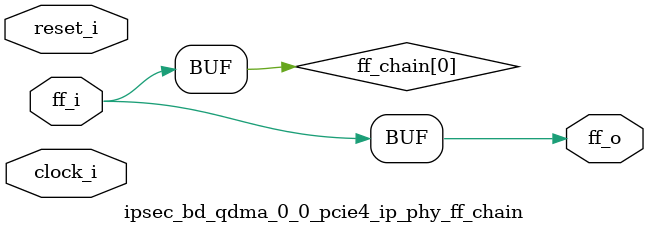
<source format=v>
/*****************************************************************************
** Description:
**    Flop Chain
**
******************************************************************************/

`timescale 1ps/1ps

`define AS_PHYREG(clk, reset, q, d, rstval)  \
   always @(posedge clk or posedge reset) begin \
      if (reset) \
         q  <= #(TCQ)   rstval;  \
      else  \
         q  <= #(TCQ)   d; \
   end

`define PHYREG(clk, reset, q, d, rstval)  \
   always @(posedge clk) begin \
      if (reset) \
         q  <= #(TCQ)   rstval;  \
      else  \
         q  <= #(TCQ)   d; \
   end

(* DowngradeIPIdentifiedWarnings = "yes" *)
module ipsec_bd_qdma_0_0_pcie4_ip_phy_ff_chain #(
   // Parameters
   parameter integer PIPELINE_STAGES   = 0,        // 0 = no pipeline; 1 = 1 stage; 2 = 2 stages; 3 = 3 stages
   parameter         ASYNC             = "FALSE",
   parameter integer FF_WIDTH          = 1,
   parameter integer RST_VAL           = 0,
   parameter integer TCQ               = 1
)  (   
   input  wire                         clock_i,          
   input  wire                         reset_i,           
   input  wire [FF_WIDTH-1:0]          ff_i,            
   output wire [FF_WIDTH-1:0]          ff_o        
   );

   genvar   var_i;

   reg   [FF_WIDTH-1:0]          ff_chain [PIPELINE_STAGES:0];

   always @(*) ff_chain[0] = ff_i;

generate
   if (PIPELINE_STAGES > 0) begin:  with_ff_chain
      for (var_i = 0; var_i < PIPELINE_STAGES; var_i = var_i + 1) begin: ff_chain_gen
         if (ASYNC == "TRUE") begin: async_rst
            `AS_PHYREG(clock_i, reset_i, ff_chain[var_i+1], ff_chain[var_i], RST_VAL)
         end else begin: sync_rst
            `PHYREG(clock_i, reset_i, ff_chain[var_i+1], ff_chain[var_i], RST_VAL)
         end
      end
   end
endgenerate

   assign ff_o = ff_chain[PIPELINE_STAGES];

endmodule

</source>
